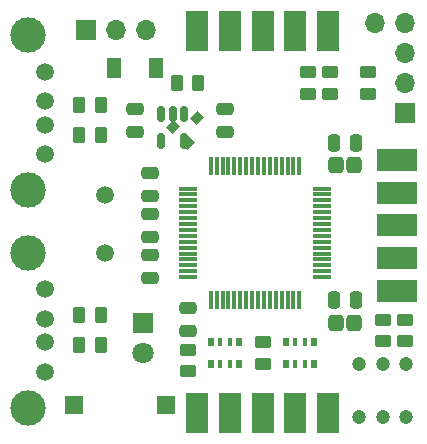
<source format=gts>
G04 #@! TF.GenerationSoftware,KiCad,Pcbnew,6.0.8-f2edbf62ab~116~ubuntu22.04.1*
G04 #@! TF.CreationDate,2022-10-13T11:50:00+02:00*
G04 #@! TF.ProjectId,Dual USB Controller adapter,4475616c-2055-4534-9220-436f6e74726f,0.3*
G04 #@! TF.SameCoordinates,Original*
G04 #@! TF.FileFunction,Soldermask,Top*
G04 #@! TF.FilePolarity,Negative*
%FSLAX46Y46*%
G04 Gerber Fmt 4.6, Leading zero omitted, Abs format (unit mm)*
G04 Created by KiCad (PCBNEW 6.0.8-f2edbf62ab~116~ubuntu22.04.1) date 2022-10-13 11:50:00*
%MOMM*%
%LPD*%
G01*
G04 APERTURE LIST*
G04 Aperture macros list*
%AMRoundRect*
0 Rectangle with rounded corners*
0 $1 Rounding radius*
0 $2 $3 $4 $5 $6 $7 $8 $9 X,Y pos of 4 corners*
0 Add a 4 corners polygon primitive as box body*
4,1,4,$2,$3,$4,$5,$6,$7,$8,$9,$2,$3,0*
0 Add four circle primitives for the rounded corners*
1,1,$1+$1,$2,$3*
1,1,$1+$1,$4,$5*
1,1,$1+$1,$6,$7*
1,1,$1+$1,$8,$9*
0 Add four rect primitives between the rounded corners*
20,1,$1+$1,$2,$3,$4,$5,0*
20,1,$1+$1,$4,$5,$6,$7,0*
20,1,$1+$1,$6,$7,$8,$9,0*
20,1,$1+$1,$8,$9,$2,$3,0*%
%AMRotRect*
0 Rectangle, with rotation*
0 The origin of the aperture is its center*
0 $1 length*
0 $2 width*
0 $3 Rotation angle, in degrees counterclockwise*
0 Add horizontal line*
21,1,$1,$2,0,0,$3*%
G04 Aperture macros list end*
%ADD10RotRect,0.900000X0.800000X45.000000*%
%ADD11RoundRect,0.318150X-0.318150X-0.381850X0.318150X-0.381850X0.318150X0.381850X-0.318150X0.381850X0*%
%ADD12RoundRect,0.250000X-0.475000X0.250000X-0.475000X-0.250000X0.475000X-0.250000X0.475000X0.250000X0*%
%ADD13RoundRect,0.150000X-0.150000X0.512500X-0.150000X-0.512500X0.150000X-0.512500X0.150000X0.512500X0*%
%ADD14C,1.500000*%
%ADD15C,3.000000*%
%ADD16RoundRect,0.250000X0.475000X-0.250000X0.475000X0.250000X-0.475000X0.250000X-0.475000X-0.250000X0*%
%ADD17RoundRect,0.250000X-0.250000X-0.475000X0.250000X-0.475000X0.250000X0.475000X-0.250000X0.475000X0*%
%ADD18R,1.846667X3.480000*%
%ADD19RoundRect,0.250000X-0.262500X-0.450000X0.262500X-0.450000X0.262500X0.450000X-0.262500X0.450000X0*%
%ADD20R,0.500000X0.800000*%
%ADD21R,0.400000X0.800000*%
%ADD22RoundRect,0.250000X-0.450000X0.262500X-0.450000X-0.262500X0.450000X-0.262500X0.450000X0.262500X0*%
%ADD23R,1.800000X1.800000*%
%ADD24C,1.800000*%
%ADD25C,1.200000*%
%ADD26R,1.500000X1.500000*%
%ADD27R,1.300000X1.700000*%
%ADD28RoundRect,0.075000X-0.700000X-0.075000X0.700000X-0.075000X0.700000X0.075000X-0.700000X0.075000X0*%
%ADD29RoundRect,0.075000X-0.075000X-0.700000X0.075000X-0.700000X0.075000X0.700000X-0.075000X0.700000X0*%
%ADD30R,1.700000X1.700000*%
%ADD31O,1.700000X1.700000*%
%ADD32R,3.480000X1.846667*%
%ADD33RoundRect,0.250000X0.450000X-0.262500X0.450000X0.262500X-0.450000X0.262500X-0.450000X-0.262500X0*%
%ADD34RoundRect,0.250000X0.262500X0.450000X-0.262500X0.450000X-0.262500X-0.450000X0.262500X-0.450000X0*%
G04 APERTURE END LIST*
D10*
X178435000Y-72961500D03*
X179778503Y-74305003D03*
X180520965Y-72219038D03*
D11*
X192251300Y-76200000D03*
X193828700Y-76200000D03*
D12*
X175260000Y-71440000D03*
X175260000Y-73340000D03*
D13*
X179385000Y-71887500D03*
X178435000Y-71887500D03*
X177485000Y-71887500D03*
X177485000Y-74162500D03*
X179385000Y-74162500D03*
D12*
X176530000Y-80330000D03*
X176530000Y-82230000D03*
D14*
X167640000Y-93670000D03*
X167640000Y-91170000D03*
X167640000Y-89170000D03*
X167640000Y-86670000D03*
D15*
X166190000Y-96740000D03*
X166190000Y-83600000D03*
D11*
X192251300Y-89535000D03*
X193828700Y-89535000D03*
D16*
X179705000Y-90182500D03*
X179705000Y-88282500D03*
D17*
X192090000Y-87630000D03*
X193990000Y-87630000D03*
X192090000Y-74295000D03*
X193990000Y-74295000D03*
D18*
X180515000Y-64847500D03*
X183285000Y-64847500D03*
X186055000Y-64847500D03*
X188825000Y-64847500D03*
X191595000Y-64847500D03*
D19*
X170537500Y-88900000D03*
X172362500Y-88900000D03*
D20*
X188030000Y-92975000D03*
D21*
X188830000Y-92975000D03*
X189630000Y-92975000D03*
D20*
X190430000Y-92975000D03*
X190430000Y-91175000D03*
D21*
X189630000Y-91175000D03*
X188830000Y-91175000D03*
D20*
X188030000Y-91175000D03*
D14*
X167640000Y-75255000D03*
X167640000Y-72755000D03*
X167640000Y-70755000D03*
X167640000Y-68255000D03*
D15*
X166190000Y-78325000D03*
X166190000Y-65185000D03*
D19*
X170537500Y-71120000D03*
X172362500Y-71120000D03*
D22*
X186055000Y-91162500D03*
X186055000Y-92987500D03*
D18*
X180515000Y-97155000D03*
X183285000Y-97155000D03*
X186055000Y-97155000D03*
X188825000Y-97155000D03*
X191595000Y-97155000D03*
D22*
X194945000Y-68302500D03*
X194945000Y-70127500D03*
X179705000Y-91797500D03*
X179705000Y-93622500D03*
D23*
X175895000Y-89535000D03*
D24*
X175895000Y-92075000D03*
D25*
X198215000Y-93000000D03*
X196215000Y-93000000D03*
X194215000Y-93000000D03*
X198215000Y-97500000D03*
X196215000Y-97500000D03*
X194215000Y-97500000D03*
D16*
X176530000Y-78752500D03*
X176530000Y-76852500D03*
D14*
X172720000Y-78740000D03*
X172720000Y-83620000D03*
D16*
X176530000Y-85707500D03*
X176530000Y-83807500D03*
D26*
X177890000Y-96520000D03*
X170090000Y-96520000D03*
D27*
X173510000Y-67945000D03*
X177010000Y-67945000D03*
D28*
X179745000Y-78165000D03*
X179745000Y-78665000D03*
X179745000Y-79165000D03*
X179745000Y-79665000D03*
X179745000Y-80165000D03*
X179745000Y-80665000D03*
X179745000Y-81165000D03*
X179745000Y-81665000D03*
X179745000Y-82165000D03*
X179745000Y-82665000D03*
X179745000Y-83165000D03*
X179745000Y-83665000D03*
X179745000Y-84165000D03*
X179745000Y-84665000D03*
X179745000Y-85165000D03*
X179745000Y-85665000D03*
D29*
X181670000Y-87590000D03*
X182170000Y-87590000D03*
X182670000Y-87590000D03*
X183170000Y-87590000D03*
X183670000Y-87590000D03*
X184170000Y-87590000D03*
X184670000Y-87590000D03*
X185170000Y-87590000D03*
X185670000Y-87590000D03*
X186170000Y-87590000D03*
X186670000Y-87590000D03*
X187170000Y-87590000D03*
X187670000Y-87590000D03*
X188170000Y-87590000D03*
X188670000Y-87590000D03*
X189170000Y-87590000D03*
D28*
X191095000Y-85665000D03*
X191095000Y-85165000D03*
X191095000Y-84665000D03*
X191095000Y-84165000D03*
X191095000Y-83665000D03*
X191095000Y-83165000D03*
X191095000Y-82665000D03*
X191095000Y-82165000D03*
X191095000Y-81665000D03*
X191095000Y-81165000D03*
X191095000Y-80665000D03*
X191095000Y-80165000D03*
X191095000Y-79665000D03*
X191095000Y-79165000D03*
X191095000Y-78665000D03*
X191095000Y-78165000D03*
D29*
X189170000Y-76240000D03*
X188670000Y-76240000D03*
X188170000Y-76240000D03*
X187670000Y-76240000D03*
X187170000Y-76240000D03*
X186670000Y-76240000D03*
X186170000Y-76240000D03*
X185670000Y-76240000D03*
X185170000Y-76240000D03*
X184670000Y-76240000D03*
X184170000Y-76240000D03*
X183670000Y-76240000D03*
X183170000Y-76240000D03*
X182670000Y-76240000D03*
X182170000Y-76240000D03*
X181670000Y-76240000D03*
D12*
X182880000Y-71440000D03*
X182880000Y-73340000D03*
D20*
X181680000Y-92975000D03*
D21*
X182480000Y-92975000D03*
X183280000Y-92975000D03*
D20*
X184080000Y-92975000D03*
X184080000Y-91175000D03*
D21*
X183280000Y-91175000D03*
X182480000Y-91175000D03*
D20*
X181680000Y-91175000D03*
D19*
X170537500Y-91440000D03*
X172362500Y-91440000D03*
X170537500Y-73660000D03*
X172362500Y-73660000D03*
D30*
X171132500Y-64770000D03*
D31*
X173672500Y-64770000D03*
X176212500Y-64770000D03*
D32*
X197407500Y-75740000D03*
X197407500Y-78510000D03*
X197407500Y-81280000D03*
X197407500Y-84050000D03*
X197407500Y-86820000D03*
D33*
X196215000Y-91082500D03*
X196215000Y-89257500D03*
X189865000Y-70127500D03*
X189865000Y-68302500D03*
X198120000Y-91082500D03*
X198120000Y-89257500D03*
X191770000Y-70127500D03*
X191770000Y-68302500D03*
D31*
X195580000Y-64135000D03*
X198120000Y-64135000D03*
X198120000Y-66675000D03*
X198120000Y-69215000D03*
D30*
X198120000Y-71755000D03*
D34*
X180617500Y-69215000D03*
X178792500Y-69215000D03*
M02*

</source>
